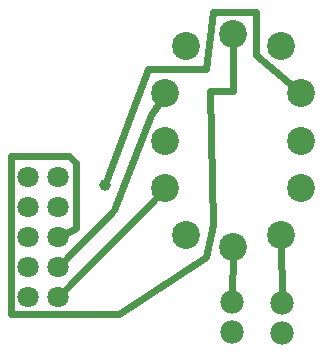
<source format=gtl>
G04 MADE WITH FRITZING*
G04 WWW.FRITZING.ORG*
G04 DOUBLE SIDED*
G04 HOLES PLATED*
G04 CONTOUR ON CENTER OF CONTOUR VECTOR*
%ASAXBY*%
%FSLAX23Y23*%
%MOIN*%
%OFA0B0*%
%SFA1.0B1.0*%
%ADD10C,0.039370*%
%ADD11C,0.070889*%
%ADD12C,0.057000*%
%ADD13C,0.093195*%
%ADD14C,0.078000*%
%ADD15C,0.024000*%
%LNCOPPER1*%
G90*
G70*
G54D10*
X392Y569D03*
G54D11*
X137Y193D03*
X237Y193D03*
X137Y293D03*
X237Y293D03*
X137Y393D03*
X237Y393D03*
X137Y493D03*
X237Y493D03*
X137Y593D03*
X237Y593D03*
G54D12*
X137Y193D03*
X237Y193D03*
X137Y293D03*
X237Y293D03*
X137Y393D03*
X237Y393D03*
X137Y493D03*
X237Y493D03*
X137Y593D03*
X237Y593D03*
G54D13*
X978Y401D03*
X1047Y559D03*
X663Y401D03*
X594Y559D03*
X594Y716D03*
X594Y874D03*
X663Y1031D03*
X820Y1071D03*
X978Y1031D03*
X1047Y874D03*
X1047Y716D03*
X820Y362D03*
X978Y401D03*
X1047Y559D03*
X663Y401D03*
X594Y559D03*
X594Y716D03*
X594Y874D03*
X663Y1031D03*
X820Y1071D03*
X978Y1031D03*
X1047Y874D03*
X1047Y716D03*
X820Y362D03*
G54D14*
X984Y75D03*
X984Y175D03*
X984Y75D03*
X984Y175D03*
X815Y79D03*
X815Y179D03*
X815Y79D03*
X815Y179D03*
G54D15*
X979Y368D02*
X983Y205D01*
D02*
X819Y329D02*
X815Y209D01*
D02*
X260Y217D02*
X571Y535D01*
D02*
X260Y317D02*
X421Y484D01*
D02*
X421Y484D02*
X547Y800D01*
D02*
X547Y800D02*
X576Y846D01*
D02*
X266Y409D02*
X296Y425D01*
D02*
X296Y425D02*
X296Y641D01*
D02*
X296Y641D02*
X272Y665D01*
D02*
X272Y665D02*
X80Y665D01*
D02*
X80Y665D02*
X80Y137D01*
D02*
X80Y137D02*
X440Y137D01*
D02*
X440Y137D02*
X728Y327D01*
D02*
X728Y327D02*
X752Y436D01*
D02*
X752Y436D02*
X743Y882D01*
D02*
X743Y882D02*
X818Y882D01*
D02*
X818Y882D02*
X820Y1037D01*
D02*
X399Y587D02*
X536Y953D01*
D02*
X536Y953D02*
X728Y953D01*
D02*
X728Y953D02*
X752Y1145D01*
D02*
X752Y1145D02*
X896Y1145D01*
D02*
X896Y1145D02*
X896Y1001D01*
D02*
X896Y1001D02*
X1021Y895D01*
G04 End of Copper1*
M02*
</source>
